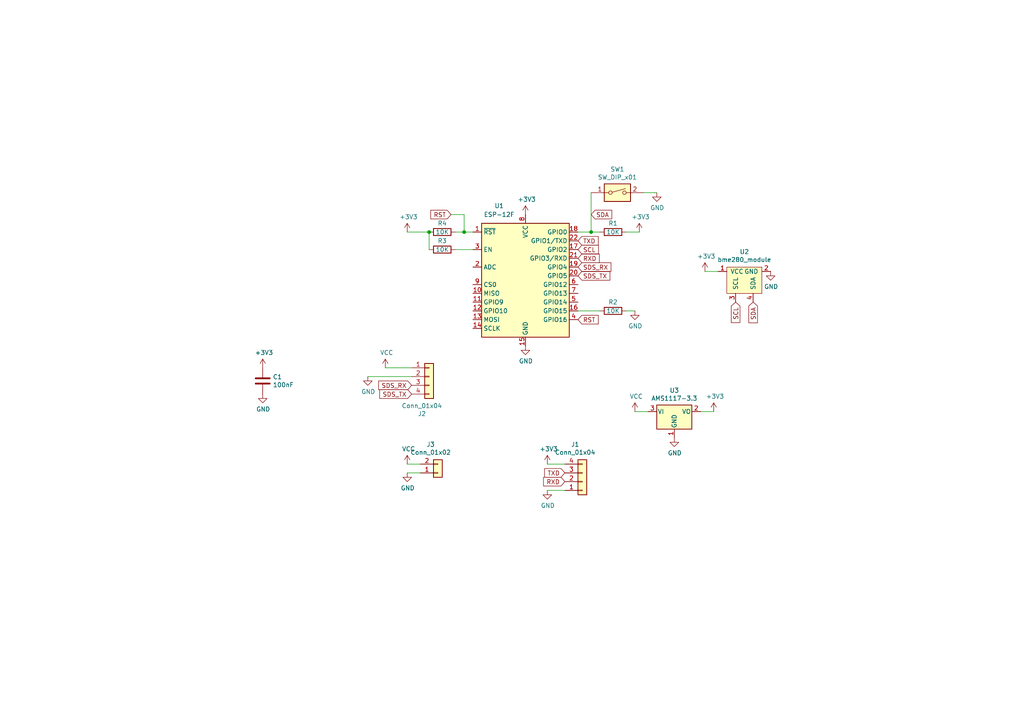
<source format=kicad_sch>
(kicad_sch (version 20211123) (generator eeschema)
  (paper "A4")
  (lib_symbols
    (symbol "Connector_Generic:Conn_01x02" (pin_names (offset 1.016) hide)
      (property "Reference" "J" (at 0 2.54 0))
      (property "Value" "Conn_01x02" (at 0 -5.08 0))
      (symbol "Conn_01x02_1_1"
        (rectangle (start -1.27 -2.413) (end 0 -2.667) (stroke (width 0.1524)))
        (rectangle (start -1.27 0.127) (end 0 -0.127) (stroke (width 0.1524)))
        (rectangle (start -1.27 1.27) (end 1.27 -3.81) (stroke (width 0.254)) (fill (type background)))
        (pin passive line (at -5.08 0 0) (length 3.81) (name "Pin_1") (number "1"))
        (pin passive line (at -5.08 -2.54 0) (length 3.81) (name "Pin_2") (number "2"))
      )
    )
    (symbol "Connector_Generic:Conn_01x04" (pin_names (offset 1.016) hide)
      (property "Reference" "J" (at 0 5.08 0))
      (property "Value" "Conn_01x04" (at 0 -7.62 0))
      (symbol "Conn_01x04_1_1"
        (rectangle (start -1.27 -4.953) (end 0 -5.207) (stroke (width 0.1524)))
        (rectangle (start -1.27 -2.413) (end 0 -2.667) (stroke (width 0.1524)))
        (rectangle (start -1.27 0.127) (end 0 -0.127) (stroke (width 0.1524)))
        (rectangle (start -1.27 2.667) (end 0 2.413) (stroke (width 0.1524)))
        (rectangle (start -1.27 3.81) (end 1.27 -6.35) (stroke (width 0.254)) (fill (type background)))
        (pin passive line (at -5.08 2.54 0) (length 3.81) (name "Pin_1") (number "1"))
        (pin passive line (at -5.08 0 0) (length 3.81) (name "Pin_2") (number "2"))
        (pin passive line (at -5.08 -2.54 0) (length 3.81) (name "Pin_3") (number "3"))
        (pin passive line (at -5.08 -5.08 0) (length 3.81) (name "Pin_4") (number "4"))
      )
    )
    (symbol "Device:C" (pin_numbers hide) (pin_names (offset 0.254))
      (property "Reference" "C" (at 0.635 2.54 0))
      (property "Value" "C" (at 0.635 -2.54 0))
      (symbol "C_0_1"
        (polyline (pts (xy -2.032 -0.762) (xy 2.032 -0.762)) (stroke (width 0.508)))
        (polyline (pts (xy -2.032 0.762) (xy 2.032 0.762)) (stroke (width 0.508)))
      )
      (symbol "C_1_1"
        (pin passive line (at 0 3.81 270) (length 2.794) (name "~") (number "1"))
        (pin passive line (at 0 -3.81 90) (length 2.794) (name "~") (number "2"))
      )
    )
    (symbol "Device:R" (pin_numbers hide) (pin_names (offset 0))
      (property "Reference" "R" (at 2.032 0 90))
      (property "Value" "R" (at 0 0 90))
      (symbol "R_0_1"
        (rectangle (start -1.016 -2.54) (end 1.016 2.54) (stroke (width 0.254)))
      )
      (symbol "R_1_1"
        (pin passive line (at 0 3.81 270) (length 1.27) (name "~") (number "1"))
        (pin passive line (at 0 -3.81 90) (length 1.27) (name "~") (number "2"))
      )
    )
    (symbol "RF_Module:ESP-12F"
      (property "Reference" "U" (at -12.7 19.05 0))
      (property "Value" "ESP-12F" (at 12.7 19.05 0))
      (symbol "ESP-12F_0_1"
        (rectangle (start -12.7 17.78) (end 12.7 -15.24) (stroke (width 0.254)) (fill (type background)))
      )
      (symbol "ESP-12F_1_1"
        (pin input line (at -15.24 15.24 0) (length 2.54) (name "~{RST}") (number "1"))
        (pin bidirectional line (at -15.24 -2.54 0) (length 2.54) (name "MISO") (number "10"))
        (pin bidirectional line (at -15.24 -5.08 0) (length 2.54) (name "GPIO9") (number "11"))
        (pin bidirectional line (at -15.24 -7.62 0) (length 2.54) (name "GPIO10") (number "12"))
        (pin bidirectional line (at -15.24 -10.16 0) (length 2.54) (name "MOSI") (number "13"))
        (pin bidirectional line (at -15.24 -12.7 0) (length 2.54) (name "SCLK") (number "14"))
        (pin power_in line (at 0 -17.78 90) (length 2.54) (name "GND") (number "15"))
        (pin bidirectional line (at 15.24 -7.62 180) (length 2.54) (name "GPIO15") (number "16"))
        (pin bidirectional line (at 15.24 10.16 180) (length 2.54) (name "GPIO2") (number "17"))
        (pin bidirectional line (at 15.24 15.24 180) (length 2.54) (name "GPIO0") (number "18"))
        (pin bidirectional line (at 15.24 5.08 180) (length 2.54) (name "GPIO4") (number "19"))
        (pin input line (at -15.24 5.08 0) (length 2.54) (name "ADC") (number "2"))
        (pin bidirectional line (at 15.24 2.54 180) (length 2.54) (name "GPIO5") (number "20"))
        (pin bidirectional line (at 15.24 7.62 180) (length 2.54) (name "GPIO3/RXD") (number "21"))
        (pin bidirectional line (at 15.24 12.7 180) (length 2.54) (name "GPIO1/TXD") (number "22"))
        (pin input line (at -15.24 10.16 0) (length 2.54) (name "EN") (number "3"))
        (pin bidirectional line (at 15.24 -10.16 180) (length 2.54) (name "GPIO16") (number "4"))
        (pin bidirectional line (at 15.24 -5.08 180) (length 2.54) (name "GPIO14") (number "5"))
        (pin bidirectional line (at 15.24 0 180) (length 2.54) (name "GPIO12") (number "6"))
        (pin bidirectional line (at 15.24 -2.54 180) (length 2.54) (name "GPIO13") (number "7"))
        (pin power_in line (at 0 20.32 270) (length 2.54) (name "VCC") (number "8"))
        (pin input line (at -15.24 0 0) (length 2.54) (name "CS0") (number "9"))
      )
    )
    (symbol "Regulator_Linear:AMS1117-3.3" (pin_names (offset 0.254))
      (property "Reference" "U" (at -3.81 3.175 0))
      (property "Value" "AMS1117-3.3" (at 0 3.175 0))
      (symbol "AMS1117-3.3_0_1"
        (rectangle (start -5.08 -5.08) (end 5.08 1.905) (stroke (width 0.254)) (fill (type background)))
      )
      (symbol "AMS1117-3.3_1_1"
        (pin power_in line (at 0 -7.62 90) (length 2.54) (name "GND") (number "1"))
        (pin power_out line (at 7.62 0 180) (length 2.54) (name "VO") (number "2"))
        (pin power_in line (at -7.62 0 0) (length 2.54) (name "VI") (number "3"))
      )
    )
    (symbol "Switch:SW_DIP_x01" (pin_names (offset 0) hide)
      (property "Reference" "SW" (at 0 3.81 0))
      (property "Value" "SW_DIP_x01" (at 0 -3.81 0))
      (symbol "SW_DIP_x01_0_0"
        (circle (center -2.032 0) (radius 0.508))
        (polyline (pts (xy -1.524 0.127) (xy 2.3622 1.1684)))
        (circle (center 2.032 0) (radius 0.508))
      )
      (symbol "SW_DIP_x01_0_1"
        (rectangle (start -3.81 2.54) (end 3.81 -2.54) (stroke (width 0.254)) (fill (type background)))
      )
      (symbol "SW_DIP_x01_1_1"
        (pin passive line (at -7.62 0 0) (length 5.08) (name "~") (number "1"))
        (pin passive line (at 7.62 0 180) (length 5.08) (name "~") (number "2"))
      )
    )
    (symbol "custom_parts:bme280_module" (pin_names (offset 1.016))
      (property "Reference" "U" (at 0 -5.08 0))
      (property "Value" "bme280_module" (at 0 5.08 0))
      (symbol "bme280_module_0_0"
        (pin unspecified line (at -7.62 2.54 0) (length 2.54) (name "VCC") (number "1"))
        (pin unspecified line (at 7.62 2.54 180) (length 2.54) (name "GND") (number "2"))
        (pin unspecified line (at -2.54 -6.35 90) (length 2.54) (name "SCL") (number "3"))
        (pin unspecified line (at 2.54 -6.35 90) (length 2.54) (name "SDA") (number "4"))
      )
      (symbol "bme280_module_0_1"
        (rectangle (start -5.08 3.81) (end 5.08 -3.81) (fill (type background)))
      )
    )
    (symbol "power:+3.3V" (power) (pin_names (offset 0))
      (property "Value" "+3.3V" (at 0 3.556 0))
      (symbol "+3.3V_0_1"
        (polyline (pts (xy -0.762 1.27) (xy 0 2.54)))
        (polyline (pts (xy 0 0) (xy 0 2.54)))
        (polyline (pts (xy 0 2.54) (xy 0.762 1.27)))
      )
      (symbol "+3.3V_1_1"
        (pin power_in line (at 0 0 90) (length 0) hide (name "+3V3") (number "1"))
      )
    )
    (symbol "power:GND" (power) (pin_names (offset 0))
      (property "Value" "GND" (at 0 -3.81 0))
      (symbol "GND_0_1"
        (polyline (pts (xy 0 0) (xy 0 -1.27) (xy 1.27 -1.27) (xy 0 -2.54) (xy -1.27 -1.27) (xy 0 -1.27)))
      )
      (symbol "GND_1_1"
        (pin power_in line (at 0 0 270) (length 0) hide (name "GND") (number "1"))
      )
    )
    (symbol "power:VCC" (power) (pin_names (offset 0))
      (property "Value" "VCC" (at 0 3.81 0))
      (symbol "VCC_0_1"
        (polyline (pts (xy -0.762 1.27) (xy 0 2.54)))
        (polyline (pts (xy 0 0) (xy 0 2.54)))
        (polyline (pts (xy 0 2.54) (xy 0.762 1.27)))
      )
      (symbol "VCC_1_1"
        (pin power_in line (at 0 0 90) (length 0) hide (name "VCC") (number "1"))
      )
    )
  )
  (junction (at 171.45 67.31))
  (junction (at 134.62 67.31))
  (junction (at 124.46 67.31))
  (wire (pts (xy 121.92 134.62) (xy 118.11 134.62)))
  (wire (pts (xy 171.45 67.31) (xy 167.64 67.31)))
  (wire (pts (xy 181.61 67.31) (xy 185.42 67.31)))
  (wire (pts (xy 137.16 72.39) (xy 132.08 72.39)))
  (wire (pts (xy 134.62 67.31) (xy 132.08 67.31)))
  (wire (pts (xy 207.01 119.38) (xy 203.2 119.38)))
  (wire (pts (xy 124.46 67.31) (xy 124.46 72.39)))
  (wire (pts (xy 111.76 106.68) (xy 119.38 106.68)))
  (wire (pts (xy 208.28 78.74) (xy 204.47 78.74)))
  (wire (pts (xy 158.75 142.24) (xy 163.83 142.24)))
  (wire (pts (xy 158.75 134.62) (xy 163.83 134.62)))
  (wire (pts (xy 134.62 62.23) (xy 130.81 62.23)))
  (wire (pts (xy 184.15 119.38) (xy 187.96 119.38)))
  (wire (pts (xy 171.45 55.88) (xy 171.45 67.31)))
  (wire (pts (xy 167.64 90.17) (xy 173.99 90.17)))
  (wire (pts (xy 118.11 67.31) (xy 124.46 67.31)))
  (wire (pts (xy 186.69 55.88) (xy 190.5 55.88)))
  (wire (pts (xy 134.62 67.31) (xy 134.62 62.23)))
  (wire (pts (xy 137.16 67.31) (xy 134.62 67.31)))
  (wire (pts (xy 106.68 109.22) (xy 119.38 109.22)))
  (wire (pts (xy 181.61 90.17) (xy 184.15 90.17)))
  (wire (pts (xy 173.99 67.31) (xy 171.45 67.31)))
  (wire (pts (xy 118.11 137.16) (xy 121.92 137.16)))
  (global_label "SDS_TX" (shape input) (at 119.38 114.3 180) (property "Intersheet References" "${INTERSHEET_REFS}" (effects hide)))
  (global_label "TXD" (shape input) (at 167.64 69.85 0) (property "Intersheet References" "${INTERSHEET_REFS}" (effects hide)))
  (global_label "SDS_RX" (shape input) (at 119.38 111.76 180) (property "Intersheet References" "${INTERSHEET_REFS}" (effects hide)))
  (global_label "RXD" (shape input) (at 163.83 139.7 180) (property "Intersheet References" "${INTERSHEET_REFS}" (effects hide)))
  (global_label "SDS_TX" (shape input) (at 167.64 80.01 0) (property "Intersheet References" "${INTERSHEET_REFS}" (effects hide)))
  (global_label "RST" (shape input) (at 130.81 62.23 180) (property "Intersheet References" "${INTERSHEET_REFS}" (effects hide)))
  (global_label "SCL" (shape input) (at 213.36 87.63 270) (property "Intersheet References" "${INTERSHEET_REFS}" (effects hide)))
  (global_label "RXD" (shape input) (at 167.64 74.93 0) (property "Intersheet References" "${INTERSHEET_REFS}" (effects hide)))
  (global_label "SDA" (shape input) (at 218.44 87.63 270) (property "Intersheet References" "${INTERSHEET_REFS}" (effects hide)))
  (global_label "SDS_RX" (shape input) (at 167.64 77.47 0) (property "Intersheet References" "${INTERSHEET_REFS}" (effects hide)))
  (global_label "SDA" (shape input) (at 171.45 62.23 0) (property "Intersheet References" "${INTERSHEET_REFS}" (effects hide)))
  (global_label "RST" (shape input) (at 167.64 92.71 0) (property "Intersheet References" "${INTERSHEET_REFS}" (effects hide)))
  (global_label "SCL" (shape input) (at 167.64 72.39 0) (property "Intersheet References" "${INTERSHEET_REFS}" (effects hide)))
  (global_label "TXD" (shape input) (at 163.83 137.16 180) (property "Intersheet References" "${INTERSHEET_REFS}" (effects hide)))
  (symbol (lib_id "RF_Module:ESP-12F") (at 152.4 82.55 0) (unit 1)
    (property "Reference" "U1" (at 144.78 59.69 0))
    (property "Value" "ESP-12F" (at 144.78 62.23 0))
    (property "Footprint" "custom_parts:ESP-12F" (effects hide))
    (property "Datasheet" "http://wiki.ai-thinker.com/_media/esp8266/esp8266_series_modules_user_manual_v1.1.pdf" (effects hide))
  )
  (symbol (lib_id "Regulator_Linear:AMS1117-3.3") (at 195.58 119.38 0) (unit 1)
    (property "Reference" "U3" (at 195.58 113.2332 0))
    (property "Value" "AMS1117-3.3" (at 195.58 115.5446 0))
    (property "Footprint" "Connector_PinSocket_2.54mm:PinSocket_1x03_P2.54mm_Vertical" (effects hide))
    (property "Datasheet" "http://www.advanced-monolithic.com/pdf/ds1117.pdf" (effects hide))
  )
  (symbol (lib_id "Device:R") (at 177.8 67.31 270) (unit 1)
    (property "Reference" "R1" (at 177.8 64.77 90))
    (property "Value" "10K" (at 177.8 67.31 90))
    (property "Footprint" "Resistor_THT:R_Axial_DIN0207_L6.3mm_D2.5mm_P10.16mm_Horizontal" (effects hide))
  )
  (symbol (lib_id "Device:R") (at 177.8 90.17 270) (unit 1)
    (property "Reference" "R2" (at 177.8 87.63 90))
    (property "Value" "10K" (at 177.8 90.17 90))
    (property "Footprint" "Resistor_THT:R_Axial_DIN0207_L6.3mm_D2.5mm_P10.16mm_Horizontal" (effects hide))
  )
  (symbol (lib_id "Device:R") (at 128.27 72.39 270) (unit 1)
    (property "Reference" "R3" (at 128.27 69.85 90))
    (property "Value" "10K" (at 128.27 72.39 90))
    (property "Footprint" "Resistor_THT:R_Axial_DIN0207_L6.3mm_D2.5mm_P10.16mm_Horizontal" (effects hide))
  )
  (symbol (lib_id "Device:R") (at 128.27 67.31 270) (unit 1)
    (property "Reference" "R4" (at 128.27 64.77 90))
    (property "Value" "10K" (at 128.27 67.31 90))
    (property "Footprint" "Resistor_THT:R_Axial_DIN0207_L6.3mm_D2.5mm_P10.16mm_Horizontal" (effects hide))
  )
  (symbol (lib_id "Device:C") (at 76.2 110.49 0) (unit 1)
    (property "Reference" "C1" (at 79.121 109.3216 0) (effects (justify left)))
    (property "Value" "100nF" (at 79.121 111.633 0) (effects (justify left)))
    (property "Footprint" "Capacitor_THT:C_Disc_D5.0mm_W2.5mm_P2.50mm" (effects hide))
  )
  (symbol (lib_id "Switch:SW_DIP_x01") (at 179.07 55.88 0) (unit 1)
    (property "Reference" "SW1" (at 179.07 49.0982 0))
    (property "Value" "SW_DIP_x01" (at 179.07 51.4096 0))
    (property "Footprint" "Button_Switch_THT:SW_DIP_SPSTx01_Slide_9.78x4.72mm_W7.62mm_P2.54mm" (effects hide))
  )
  (symbol (lib_id "Connector_Generic:Conn_01x04") (at 168.91 139.7 0) (mirror x) (unit 1)
    (property "Reference" "J1" (at 166.8272 128.905 0))
    (property "Value" "Conn_01x04" (at 166.8272 131.2164 0))
    (property "Footprint" "Connector_PinHeader_2.54mm:PinHeader_1x04_P2.54mm_Vertical" (effects hide))
  )
  (symbol (lib_id "Connector_Generic:Conn_01x02") (at 127 137.16 0) (mirror x) (unit 1)
    (property "Reference" "J3" (at 124.9172 128.905 0))
    (property "Value" "Conn_01x02" (at 124.9172 131.2164 0))
    (property "Footprint" "Connector_PinHeader_2.54mm:PinHeader_1x02_P2.54mm_Horizontal" (effects hide))
  )
  (symbol (lib_id "Connector_Generic:Conn_01x04") (at 124.46 109.22 0) (unit 1)
    (property "Reference" "J2" (at 122.3772 120.015 0))
    (property "Value" "Conn_01x04" (at 122.3772 117.7036 0))
    (property "Footprint" "Connector_PinHeader_2.54mm:PinHeader_1x04_P2.54mm_Vertical" (effects hide))
  )
  (symbol (lib_id "power:VCC") (at 184.15 119.38 0) (unit 1)
    (property "Reference" "#PWR0101" (effects hide))
    (property "Value" "VCC" (at 184.531 114.9858 0))
  )
  (symbol (lib_id "power:+3.3V") (at 207.01 119.38 0) (unit 1)
    (property "Reference" "#PWR0102" (effects hide))
    (property "Value" "+3.3V" (at 207.391 114.9858 0))
  )
  (symbol (lib_id "power:GND") (at 195.58 127 0) (unit 1)
    (property "Reference" "#PWR0103" (effects hide))
    (property "Value" "GND" (at 195.707 131.3942 0))
  )
  (symbol (lib_id "power:GND") (at 152.4 100.33 0) (unit 1)
    (property "Reference" "#PWR0104" (effects hide))
    (property "Value" "GND" (at 152.527 104.7242 0))
  )
  (symbol (lib_id "power:GND") (at 223.52 78.74 0) (unit 1)
    (property "Reference" "#PWR0105" (effects hide))
    (property "Value" "GND" (at 223.647 83.1342 0))
  )
  (symbol (lib_id "power:+3.3V") (at 204.47 78.74 0) (unit 1)
    (property "Reference" "#PWR0106" (effects hide))
    (property "Value" "+3.3V" (at 204.851 74.3458 0))
  )
  (symbol (lib_id "power:+3.3V") (at 152.4 62.23 0) (unit 1)
    (property "Reference" "#PWR0107" (effects hide))
    (property "Value" "+3.3V" (at 152.781 57.8358 0))
  )
  (symbol (lib_id "power:GND") (at 184.15 90.17 0) (unit 1)
    (property "Reference" "#PWR0108" (effects hide))
    (property "Value" "GND" (at 184.277 94.5642 0))
  )
  (symbol (lib_id "power:+3.3V") (at 185.42 67.31 0) (unit 1)
    (property "Reference" "#PWR0109" (effects hide))
    (property "Value" "+3.3V" (at 185.801 62.9158 0))
  )
  (symbol (lib_id "power:+3.3V") (at 118.11 67.31 0) (unit 1)
    (property "Reference" "#PWR0110" (effects hide))
    (property "Value" "+3.3V" (at 118.491 62.9158 0))
  )
  (symbol (lib_id "power:GND") (at 76.2 114.3 0) (unit 1)
    (property "Reference" "#PWR0111" (effects hide))
    (property "Value" "GND" (at 76.327 118.6942 0))
  )
  (symbol (lib_id "power:+3.3V") (at 76.2 106.68 0) (unit 1)
    (property "Reference" "#PWR0112" (effects hide))
    (property "Value" "+3.3V" (at 76.581 102.2858 0))
  )
  (symbol (lib_id "power:GND") (at 118.11 137.16 0) (unit 1)
    (property "Reference" "#PWR0113" (effects hide))
    (property "Value" "GND" (at 118.237 141.5542 0))
  )
  (symbol (lib_id "power:VCC") (at 118.11 134.62 0) (unit 1)
    (property "Reference" "#PWR0114" (effects hide))
    (property "Value" "VCC" (at 118.491 130.2258 0))
  )
  (symbol (lib_id "power:+3.3V") (at 158.75 134.62 0) (unit 1)
    (property "Reference" "#PWR0115" (effects hide))
    (property "Value" "+3.3V" (at 159.131 130.2258 0))
  )
  (symbol (lib_id "power:GND") (at 158.75 142.24 0) (unit 1)
    (property "Reference" "#PWR0116" (effects hide))
    (property "Value" "GND" (at 158.877 146.6342 0))
  )
  (symbol (lib_id "power:GND") (at 190.5 55.88 0) (unit 1)
    (property "Reference" "#PWR0117" (effects hide))
    (property "Value" "GND" (at 190.627 60.2742 0))
  )
  (symbol (lib_id "power:VCC") (at 111.76 106.68 0) (unit 1)
    (property "Reference" "#PWR0118" (effects hide))
    (property "Value" "VCC" (at 112.141 102.2858 0))
  )
  (symbol (lib_id "power:GND") (at 106.68 109.22 0) (unit 1)
    (property "Reference" "#PWR0119" (effects hide))
    (property "Value" "GND" (at 106.807 113.6142 0))
  )
  (symbol (lib_id "custom_parts:bme280_module") (at 215.9 81.28 0) (unit 1)
    (property "Reference" "U2" (at 215.9 73.025 0))
    (property "Value" "bme280_module" (at 215.9 75.3364 0))
    (property "Footprint" "custom_parts:bme280" (effects hide))
  )
)
</source>
